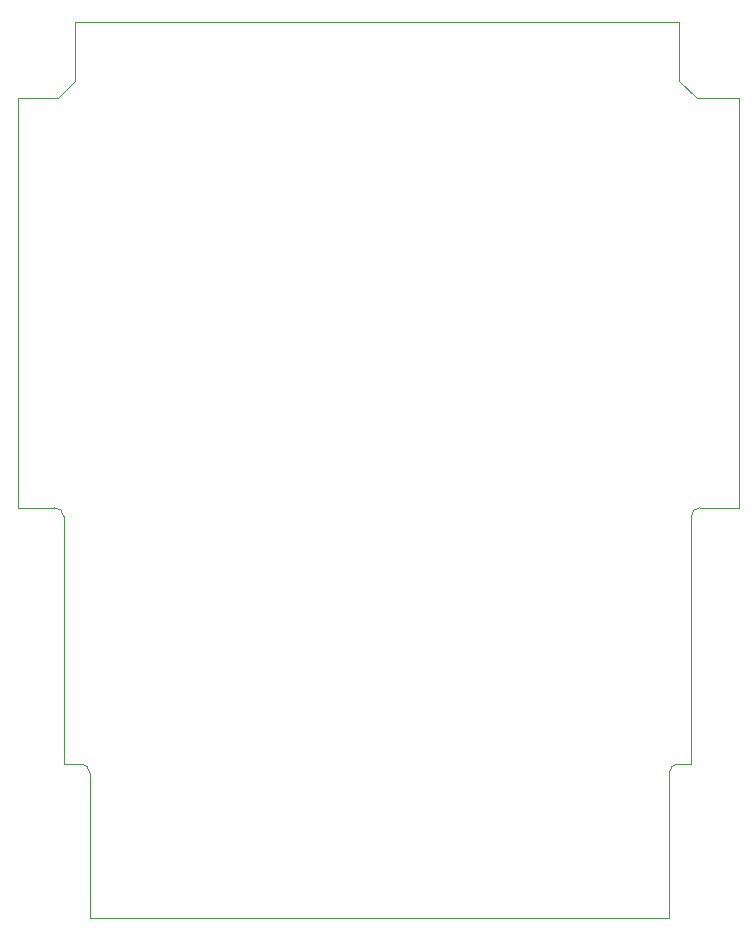
<source format=gbr>
%TF.GenerationSoftware,KiCad,Pcbnew,(6.0.2)*%
%TF.CreationDate,2022-08-25T21:07:40-05:00*%
%TF.ProjectId,REF1479,52454631-3437-4392-9e6b-696361645f70,rev?*%
%TF.SameCoordinates,Original*%
%TF.FileFunction,Profile,NP*%
%FSLAX46Y46*%
G04 Gerber Fmt 4.6, Leading zero omitted, Abs format (unit mm)*
G04 Created by KiCad (PCBNEW (6.0.2)) date 2022-08-25 21:07:40*
%MOMM*%
%LPD*%
G01*
G04 APERTURE LIST*
%TA.AperFunction,Profile*%
%ADD10C,0.002000*%
%TD*%
G04 APERTURE END LIST*
D10*
X124290000Y-94346400D02*
G75*
G03*
X123545000Y-93622400I-713915J10682D01*
G01*
X176309000Y-115316400D02*
X177440000Y-115316400D01*
X178164080Y-93622400D02*
X181439800Y-93622400D01*
X124290000Y-94346400D02*
X124290000Y-115316400D01*
X175585000Y-116061521D02*
X175585000Y-128322000D01*
X125290000Y-52472000D02*
X125290000Y-57472400D01*
X176440000Y-52472000D02*
X176440000Y-57472400D01*
X125290000Y-52472000D02*
X176440000Y-52472000D01*
X178164080Y-93622400D02*
G75*
G03*
X177440000Y-94367521I-10573J-714103D01*
G01*
X126502000Y-116040400D02*
X126502000Y-128322000D01*
X125290000Y-57472400D02*
X123790000Y-58972400D01*
X177440000Y-94367521D02*
X177440000Y-115316400D01*
X181439800Y-58972400D02*
X181439800Y-93622400D01*
X126502000Y-116040400D02*
G75*
G03*
X125757000Y-115316400I-713915J10682D01*
G01*
X176309000Y-115316400D02*
G75*
G03*
X175585000Y-116061521I-10570J-714029D01*
G01*
X177940000Y-58972400D02*
X181439800Y-58972400D01*
X120437000Y-58972400D02*
X123790000Y-58972400D01*
X175585000Y-128322000D02*
X126502000Y-128322000D01*
X124290000Y-115316400D02*
X125757000Y-115316400D01*
X120437000Y-93622400D02*
X120437000Y-58972400D01*
X120437000Y-93622400D02*
X123545000Y-93622400D01*
X176440000Y-57472400D02*
X177940000Y-58972400D01*
M02*

</source>
